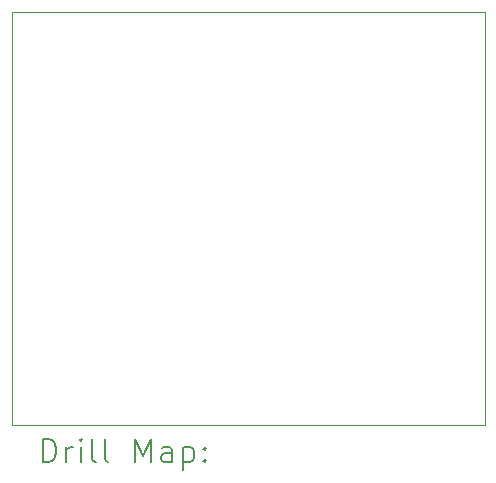
<source format=gbr>
%TF.GenerationSoftware,KiCad,Pcbnew,8.0.5*%
%TF.CreationDate,2025-10-28T15:14:40-05:00*%
%TF.ProjectId,Microcontroller,4d696372-6f63-46f6-9e74-726f6c6c6572,rev?*%
%TF.SameCoordinates,Original*%
%TF.FileFunction,Drillmap*%
%TF.FilePolarity,Positive*%
%FSLAX45Y45*%
G04 Gerber Fmt 4.5, Leading zero omitted, Abs format (unit mm)*
G04 Created by KiCad (PCBNEW 8.0.5) date 2025-10-28 15:14:40*
%MOMM*%
%LPD*%
G01*
G04 APERTURE LIST*
%ADD10C,0.050000*%
%ADD11C,0.200000*%
G04 APERTURE END LIST*
D10*
X7850000Y-10500000D02*
X11850000Y-10500000D01*
X11850000Y-14000000D01*
X7850000Y-14000000D01*
X7850000Y-10500000D01*
D11*
X8108277Y-14313984D02*
X8108277Y-14113984D01*
X8108277Y-14113984D02*
X8155896Y-14113984D01*
X8155896Y-14113984D02*
X8184467Y-14123508D01*
X8184467Y-14123508D02*
X8203515Y-14142555D01*
X8203515Y-14142555D02*
X8213039Y-14161603D01*
X8213039Y-14161603D02*
X8222562Y-14199698D01*
X8222562Y-14199698D02*
X8222562Y-14228269D01*
X8222562Y-14228269D02*
X8213039Y-14266365D01*
X8213039Y-14266365D02*
X8203515Y-14285412D01*
X8203515Y-14285412D02*
X8184467Y-14304460D01*
X8184467Y-14304460D02*
X8155896Y-14313984D01*
X8155896Y-14313984D02*
X8108277Y-14313984D01*
X8308277Y-14313984D02*
X8308277Y-14180650D01*
X8308277Y-14218746D02*
X8317801Y-14199698D01*
X8317801Y-14199698D02*
X8327324Y-14190174D01*
X8327324Y-14190174D02*
X8346372Y-14180650D01*
X8346372Y-14180650D02*
X8365420Y-14180650D01*
X8432086Y-14313984D02*
X8432086Y-14180650D01*
X8432086Y-14113984D02*
X8422563Y-14123508D01*
X8422563Y-14123508D02*
X8432086Y-14133031D01*
X8432086Y-14133031D02*
X8441610Y-14123508D01*
X8441610Y-14123508D02*
X8432086Y-14113984D01*
X8432086Y-14113984D02*
X8432086Y-14133031D01*
X8555896Y-14313984D02*
X8536848Y-14304460D01*
X8536848Y-14304460D02*
X8527324Y-14285412D01*
X8527324Y-14285412D02*
X8527324Y-14113984D01*
X8660658Y-14313984D02*
X8641610Y-14304460D01*
X8641610Y-14304460D02*
X8632086Y-14285412D01*
X8632086Y-14285412D02*
X8632086Y-14113984D01*
X8889229Y-14313984D02*
X8889229Y-14113984D01*
X8889229Y-14113984D02*
X8955896Y-14256841D01*
X8955896Y-14256841D02*
X9022563Y-14113984D01*
X9022563Y-14113984D02*
X9022563Y-14313984D01*
X9203515Y-14313984D02*
X9203515Y-14209222D01*
X9203515Y-14209222D02*
X9193991Y-14190174D01*
X9193991Y-14190174D02*
X9174944Y-14180650D01*
X9174944Y-14180650D02*
X9136848Y-14180650D01*
X9136848Y-14180650D02*
X9117801Y-14190174D01*
X9203515Y-14304460D02*
X9184467Y-14313984D01*
X9184467Y-14313984D02*
X9136848Y-14313984D01*
X9136848Y-14313984D02*
X9117801Y-14304460D01*
X9117801Y-14304460D02*
X9108277Y-14285412D01*
X9108277Y-14285412D02*
X9108277Y-14266365D01*
X9108277Y-14266365D02*
X9117801Y-14247317D01*
X9117801Y-14247317D02*
X9136848Y-14237793D01*
X9136848Y-14237793D02*
X9184467Y-14237793D01*
X9184467Y-14237793D02*
X9203515Y-14228269D01*
X9298753Y-14180650D02*
X9298753Y-14380650D01*
X9298753Y-14190174D02*
X9317801Y-14180650D01*
X9317801Y-14180650D02*
X9355896Y-14180650D01*
X9355896Y-14180650D02*
X9374944Y-14190174D01*
X9374944Y-14190174D02*
X9384467Y-14199698D01*
X9384467Y-14199698D02*
X9393991Y-14218746D01*
X9393991Y-14218746D02*
X9393991Y-14275888D01*
X9393991Y-14275888D02*
X9384467Y-14294936D01*
X9384467Y-14294936D02*
X9374944Y-14304460D01*
X9374944Y-14304460D02*
X9355896Y-14313984D01*
X9355896Y-14313984D02*
X9317801Y-14313984D01*
X9317801Y-14313984D02*
X9298753Y-14304460D01*
X9479705Y-14294936D02*
X9489229Y-14304460D01*
X9489229Y-14304460D02*
X9479705Y-14313984D01*
X9479705Y-14313984D02*
X9470182Y-14304460D01*
X9470182Y-14304460D02*
X9479705Y-14294936D01*
X9479705Y-14294936D02*
X9479705Y-14313984D01*
X9479705Y-14190174D02*
X9489229Y-14199698D01*
X9489229Y-14199698D02*
X9479705Y-14209222D01*
X9479705Y-14209222D02*
X9470182Y-14199698D01*
X9470182Y-14199698D02*
X9479705Y-14190174D01*
X9479705Y-14190174D02*
X9479705Y-14209222D01*
M02*

</source>
